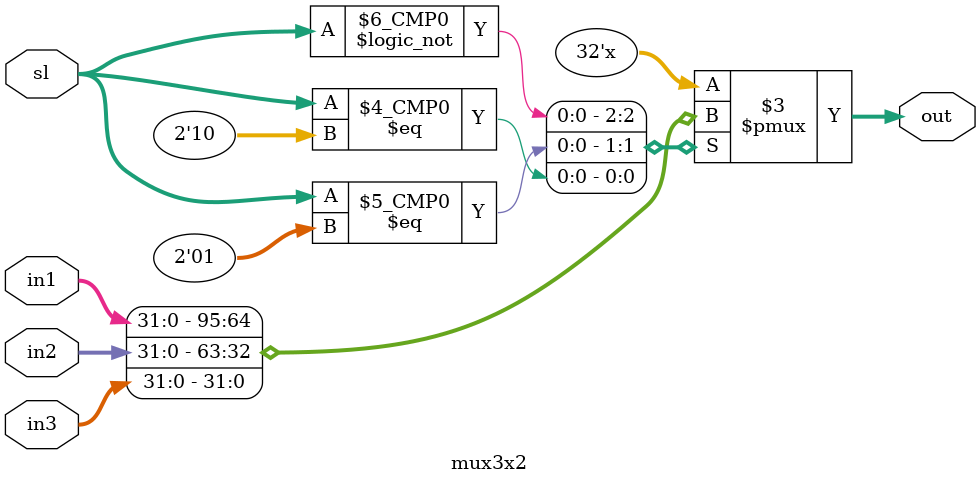
<source format=v>


module mux2x1 (sl,in1,in2,outpt);
input [31:0] in1,in2;	   
input sl;
output [31:0] outpt;
reg [31:0] outpt;	 
always @(  sl or in1 or in2 )
	case (sl)
	0:outpt= in1;	
	1:outpt= in2;  
	endcase
endmodule


module mux3x2 (out,sl,in1,in2,in3);
input [31:0] in1,in2,in3;	   
input [1:0] sl;
output [31:0] out;
reg [31:0] out;	 
always @(  sl or in1 or in2 or in3  )
	case (sl)
	0:out= in1;	
	1:out= in2; 
	2:out= in3;	
	
	endcase
endmodule
</source>
